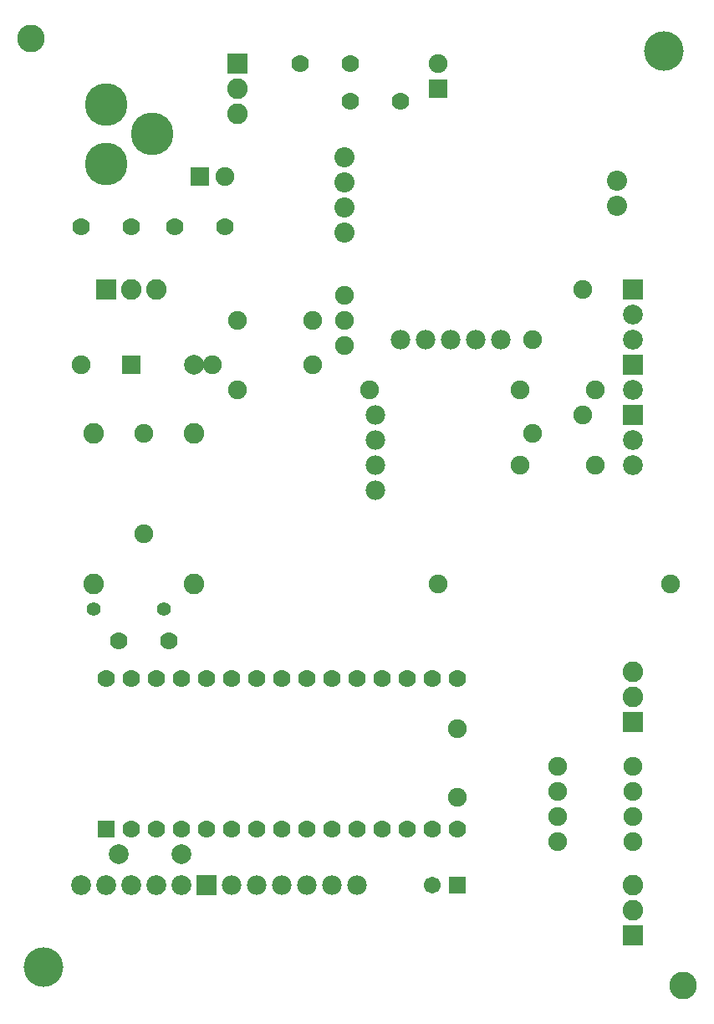
<source format=gtl>
G04 MADE WITH FRITZING*
G04 WWW.FRITZING.ORG*
G04 DOUBLE SIDED*
G04 HOLES PLATED*
G04 CONTOUR ON CENTER OF CONTOUR VECTOR*
%ASAXBY*%
%FSLAX23Y23*%
%MOIN*%
%OFA0B0*%
%SFA1.0B1.0*%
%ADD10C,0.078740*%
%ADD11C,0.075000*%
%ADD12C,0.070000*%
%ADD13C,0.110236*%
%ADD14C,0.157480*%
%ADD15C,0.170000*%
%ADD16C,0.078000*%
%ADD17C,0.055433*%
%ADD18C,0.082000*%
%ADD19C,0.080361*%
%ADD20C,0.079370*%
%ADD21C,0.067559*%
%ADD22R,0.075000X0.075000*%
%ADD23R,0.082000X0.082000*%
%ADD24R,0.079370X0.079370*%
%ADD25R,0.067559X0.067559*%
%ADD26R,0.070000X0.069972*%
%ADD27R,0.001000X0.001000*%
%LNCOPPER1*%
G90*
G70*
G54D10*
X440Y595D03*
X690Y595D03*
G54D11*
X440Y595D03*
X690Y595D03*
G54D10*
X740Y2545D03*
G54D12*
X1365Y3745D03*
X1165Y3745D03*
X1565Y3595D03*
X1365Y3595D03*
X490Y3095D03*
X290Y3095D03*
X665Y3095D03*
X865Y3095D03*
X640Y1445D03*
X440Y1445D03*
G54D11*
X490Y2545D03*
X290Y2545D03*
X1715Y3645D03*
X1715Y3745D03*
X765Y3295D03*
X865Y3295D03*
X1790Y820D03*
X1790Y1095D03*
X815Y2545D03*
X1215Y2545D03*
X1715Y1670D03*
X2640Y1670D03*
X915Y2445D03*
X1440Y2445D03*
X2290Y2845D03*
X2290Y2345D03*
X2090Y2645D03*
X2090Y2270D03*
G54D13*
X90Y3845D03*
X2690Y70D03*
G54D14*
X140Y145D03*
X2615Y3795D03*
G54D15*
X390Y3345D03*
X390Y3581D03*
X575Y3463D03*
X390Y3345D03*
X390Y3581D03*
X575Y3463D03*
X390Y3345D03*
X390Y3581D03*
X575Y3463D03*
G54D16*
X1390Y470D03*
X1090Y470D03*
X1290Y470D03*
X990Y470D03*
X1190Y470D03*
X890Y470D03*
X1565Y2645D03*
X1665Y2645D03*
X1765Y2645D03*
X1965Y2645D03*
X1865Y2645D03*
X1465Y2145D03*
X1465Y2045D03*
X1465Y2345D03*
X1465Y2245D03*
G54D17*
X340Y1570D03*
X620Y1570D03*
X340Y1570D03*
X620Y1570D03*
G54D18*
X740Y2270D03*
X740Y1670D03*
G54D11*
X540Y1870D03*
X540Y2270D03*
G54D18*
X340Y2270D03*
X340Y1670D03*
X390Y2845D03*
X490Y2845D03*
X590Y2845D03*
X915Y3745D03*
X915Y3645D03*
X915Y3545D03*
G54D11*
X1340Y2820D03*
X1340Y2720D03*
X1340Y2620D03*
G54D18*
X2490Y270D03*
X2490Y370D03*
X2490Y470D03*
X2490Y1120D03*
X2490Y1220D03*
X2490Y1320D03*
G54D11*
X2490Y945D03*
X2190Y945D03*
X2490Y645D03*
X2190Y645D03*
X2490Y745D03*
X2190Y745D03*
X2490Y845D03*
X2190Y845D03*
G54D19*
X1340Y3070D03*
X1340Y3170D03*
X1340Y3270D03*
X1340Y3370D03*
X2427Y3177D03*
X2427Y3277D03*
G54D11*
X915Y2720D03*
X1215Y2720D03*
X2040Y2145D03*
X2340Y2145D03*
X2340Y2445D03*
X2040Y2445D03*
G54D20*
X790Y470D03*
X690Y470D03*
X590Y470D03*
X490Y470D03*
X390Y470D03*
X290Y470D03*
X2490Y2545D03*
X2490Y2445D03*
X2490Y2845D03*
X2490Y2745D03*
X2490Y2645D03*
G54D21*
X1790Y470D03*
X1690Y470D03*
G54D20*
X2490Y2345D03*
X2490Y2245D03*
X2490Y2145D03*
G54D12*
X390Y695D03*
X490Y695D03*
X590Y695D03*
X690Y695D03*
X790Y695D03*
X890Y695D03*
X990Y695D03*
X1090Y695D03*
X1190Y695D03*
X1290Y695D03*
X1390Y695D03*
X1490Y695D03*
X1590Y695D03*
X1690Y695D03*
X1790Y695D03*
X390Y1295D03*
X490Y1295D03*
X590Y1295D03*
X690Y1295D03*
X790Y1295D03*
X890Y1295D03*
X990Y1295D03*
X1090Y1295D03*
X1190Y1295D03*
X1290Y1295D03*
X1390Y1295D03*
X1490Y1295D03*
X1590Y1295D03*
X1690Y1295D03*
X1790Y1295D03*
G54D22*
X490Y2545D03*
X1715Y3645D03*
X765Y3295D03*
G54D23*
X390Y2845D03*
X915Y3745D03*
X2490Y270D03*
X2490Y1120D03*
G54D24*
X790Y470D03*
X2490Y2545D03*
X2490Y2845D03*
G54D25*
X1790Y470D03*
G54D24*
X2490Y2345D03*
G54D26*
X390Y695D03*
G54D27*
X1334Y3403D02*
X1346Y3403D01*
X1330Y3402D02*
X1350Y3402D01*
X1327Y3401D02*
X1353Y3401D01*
X1325Y3400D02*
X1355Y3400D01*
X1323Y3399D02*
X1357Y3399D01*
X1322Y3398D02*
X1358Y3398D01*
X1321Y3397D02*
X1360Y3397D01*
X1319Y3396D02*
X1361Y3396D01*
X1318Y3395D02*
X1362Y3395D01*
X1317Y3394D02*
X1363Y3394D01*
X1316Y3393D02*
X1364Y3393D01*
X1315Y3392D02*
X1365Y3392D01*
X1314Y3391D02*
X1366Y3391D01*
X1314Y3390D02*
X1366Y3390D01*
X1313Y3389D02*
X1367Y3389D01*
X1312Y3388D02*
X1368Y3388D01*
X1312Y3387D02*
X1338Y3387D01*
X1342Y3387D02*
X1368Y3387D01*
X1311Y3386D02*
X1334Y3386D01*
X1346Y3386D02*
X1369Y3386D01*
X1311Y3385D02*
X1332Y3385D01*
X1349Y3385D02*
X1369Y3385D01*
X1310Y3384D02*
X1330Y3384D01*
X1350Y3384D02*
X1370Y3384D01*
X1310Y3383D02*
X1329Y3383D01*
X1351Y3383D02*
X1370Y3383D01*
X1309Y3382D02*
X1328Y3382D01*
X1352Y3382D02*
X1371Y3382D01*
X1309Y3381D02*
X1327Y3381D01*
X1353Y3381D02*
X1371Y3381D01*
X1309Y3380D02*
X1326Y3380D01*
X1354Y3380D02*
X1371Y3380D01*
X1308Y3379D02*
X1325Y3379D01*
X1355Y3379D02*
X1372Y3379D01*
X1308Y3378D02*
X1325Y3378D01*
X1355Y3378D02*
X1372Y3378D01*
X1308Y3377D02*
X1324Y3377D01*
X1356Y3377D02*
X1372Y3377D01*
X1308Y3376D02*
X1324Y3376D01*
X1356Y3376D02*
X1372Y3376D01*
X1308Y3375D02*
X1324Y3375D01*
X1356Y3375D02*
X1372Y3375D01*
X1307Y3374D02*
X1323Y3374D01*
X1357Y3374D02*
X1373Y3374D01*
X1307Y3373D02*
X1323Y3373D01*
X1357Y3373D02*
X1373Y3373D01*
X1307Y3372D02*
X1323Y3372D01*
X1357Y3372D02*
X1373Y3372D01*
X1307Y3371D02*
X1323Y3371D01*
X1357Y3371D02*
X1373Y3371D01*
X1307Y3370D02*
X1323Y3370D01*
X1357Y3370D02*
X1373Y3370D01*
X1307Y3369D02*
X1323Y3369D01*
X1357Y3369D02*
X1373Y3369D01*
X1307Y3368D02*
X1323Y3368D01*
X1357Y3368D02*
X1373Y3368D01*
X1307Y3367D02*
X1323Y3367D01*
X1357Y3367D02*
X1373Y3367D01*
X1308Y3366D02*
X1324Y3366D01*
X1356Y3366D02*
X1372Y3366D01*
X1308Y3365D02*
X1324Y3365D01*
X1356Y3365D02*
X1372Y3365D01*
X1308Y3364D02*
X1324Y3364D01*
X1356Y3364D02*
X1372Y3364D01*
X1308Y3363D02*
X1325Y3363D01*
X1355Y3363D02*
X1372Y3363D01*
X1308Y3362D02*
X1325Y3362D01*
X1355Y3362D02*
X1372Y3362D01*
X1309Y3361D02*
X1326Y3361D01*
X1354Y3361D02*
X1371Y3361D01*
X1309Y3360D02*
X1327Y3360D01*
X1353Y3360D02*
X1371Y3360D01*
X1309Y3359D02*
X1328Y3359D01*
X1352Y3359D02*
X1371Y3359D01*
X1310Y3358D02*
X1329Y3358D01*
X1351Y3358D02*
X1370Y3358D01*
X1310Y3357D02*
X1330Y3357D01*
X1350Y3357D02*
X1370Y3357D01*
X1311Y3356D02*
X1332Y3356D01*
X1349Y3356D02*
X1369Y3356D01*
X1311Y3355D02*
X1334Y3355D01*
X1346Y3355D02*
X1369Y3355D01*
X1312Y3354D02*
X1338Y3354D01*
X1342Y3354D02*
X1368Y3354D01*
X1312Y3353D02*
X1368Y3353D01*
X1313Y3352D02*
X1367Y3352D01*
X1314Y3351D02*
X1366Y3351D01*
X1314Y3350D02*
X1366Y3350D01*
X1315Y3349D02*
X1365Y3349D01*
X1316Y3348D02*
X1364Y3348D01*
X1317Y3347D02*
X1363Y3347D01*
X1318Y3346D02*
X1362Y3346D01*
X1319Y3345D02*
X1361Y3345D01*
X1321Y3344D02*
X1360Y3344D01*
X1322Y3343D02*
X1358Y3343D01*
X1323Y3342D02*
X1357Y3342D01*
X1325Y3341D02*
X1355Y3341D01*
X1327Y3340D02*
X1353Y3340D01*
X1330Y3339D02*
X1350Y3339D01*
X1334Y3338D02*
X1346Y3338D01*
X2420Y3310D02*
X2433Y3310D01*
X2416Y3309D02*
X2436Y3309D01*
X2414Y3308D02*
X2439Y3308D01*
X2412Y3307D02*
X2441Y3307D01*
X2410Y3306D02*
X2443Y3306D01*
X2408Y3305D02*
X2445Y3305D01*
X2407Y3304D02*
X2446Y3304D01*
X1334Y3303D02*
X1346Y3303D01*
X2406Y3303D02*
X2447Y3303D01*
X1330Y3302D02*
X1350Y3302D01*
X2405Y3302D02*
X2448Y3302D01*
X1327Y3301D02*
X1353Y3301D01*
X2404Y3301D02*
X2449Y3301D01*
X1325Y3300D02*
X1355Y3300D01*
X2403Y3300D02*
X2450Y3300D01*
X1324Y3299D02*
X1357Y3299D01*
X2402Y3299D02*
X2451Y3299D01*
X1322Y3298D02*
X1358Y3298D01*
X2401Y3298D02*
X2452Y3298D01*
X1321Y3297D02*
X1360Y3297D01*
X2400Y3297D02*
X2453Y3297D01*
X1319Y3296D02*
X1361Y3296D01*
X2399Y3296D02*
X2454Y3296D01*
X1318Y3295D02*
X1362Y3295D01*
X2399Y3295D02*
X2454Y3295D01*
X1317Y3294D02*
X1363Y3294D01*
X2398Y3294D02*
X2425Y3294D01*
X2428Y3294D02*
X2455Y3294D01*
X1316Y3293D02*
X1364Y3293D01*
X2398Y3293D02*
X2420Y3293D01*
X2433Y3293D02*
X2455Y3293D01*
X1315Y3292D02*
X1365Y3292D01*
X2397Y3292D02*
X2418Y3292D01*
X2435Y3292D02*
X2456Y3292D01*
X1314Y3291D02*
X1366Y3291D01*
X2397Y3291D02*
X2416Y3291D01*
X2437Y3291D02*
X2456Y3291D01*
X1314Y3290D02*
X1366Y3290D01*
X2396Y3290D02*
X2415Y3290D01*
X2438Y3290D02*
X2457Y3290D01*
X1313Y3289D02*
X1367Y3289D01*
X2396Y3289D02*
X2414Y3289D01*
X2439Y3289D02*
X2457Y3289D01*
X1312Y3288D02*
X1368Y3288D01*
X2395Y3288D02*
X2413Y3288D01*
X2440Y3288D02*
X2457Y3288D01*
X1312Y3287D02*
X1338Y3287D01*
X1342Y3287D02*
X1368Y3287D01*
X2395Y3287D02*
X2412Y3287D01*
X2441Y3287D02*
X2458Y3287D01*
X1311Y3286D02*
X1334Y3286D01*
X1346Y3286D02*
X1369Y3286D01*
X2395Y3286D02*
X2412Y3286D01*
X2441Y3286D02*
X2458Y3286D01*
X1311Y3285D02*
X1332Y3285D01*
X1348Y3285D02*
X1369Y3285D01*
X2395Y3285D02*
X2411Y3285D01*
X2442Y3285D02*
X2458Y3285D01*
X1310Y3284D02*
X1330Y3284D01*
X1350Y3284D02*
X1370Y3284D01*
X2394Y3284D02*
X2411Y3284D01*
X2442Y3284D02*
X2459Y3284D01*
X1310Y3283D02*
X1329Y3283D01*
X1351Y3283D02*
X1370Y3283D01*
X2394Y3283D02*
X2410Y3283D01*
X2443Y3283D02*
X2459Y3283D01*
X1309Y3282D02*
X1328Y3282D01*
X1352Y3282D02*
X1371Y3282D01*
X2394Y3282D02*
X2410Y3282D01*
X2443Y3282D02*
X2459Y3282D01*
X1309Y3281D02*
X1327Y3281D01*
X1353Y3281D02*
X1371Y3281D01*
X2394Y3281D02*
X2410Y3281D01*
X2443Y3281D02*
X2459Y3281D01*
X1309Y3280D02*
X1326Y3280D01*
X1354Y3280D02*
X1371Y3280D01*
X2394Y3280D02*
X2410Y3280D01*
X2443Y3280D02*
X2459Y3280D01*
X1308Y3279D02*
X1325Y3279D01*
X1355Y3279D02*
X1372Y3279D01*
X2394Y3279D02*
X2409Y3279D01*
X2443Y3279D02*
X2459Y3279D01*
X1308Y3278D02*
X1325Y3278D01*
X1355Y3278D02*
X1372Y3278D01*
X2394Y3278D02*
X2409Y3278D01*
X2444Y3278D02*
X2459Y3278D01*
X1308Y3277D02*
X1324Y3277D01*
X1356Y3277D02*
X1372Y3277D01*
X2394Y3277D02*
X2409Y3277D01*
X2444Y3277D02*
X2459Y3277D01*
X1308Y3276D02*
X1324Y3276D01*
X1356Y3276D02*
X1372Y3276D01*
X2394Y3276D02*
X2409Y3276D01*
X2443Y3276D02*
X2459Y3276D01*
X1308Y3275D02*
X1324Y3275D01*
X1356Y3275D02*
X1372Y3275D01*
X2394Y3275D02*
X2410Y3275D01*
X2443Y3275D02*
X2459Y3275D01*
X1307Y3274D02*
X1323Y3274D01*
X1357Y3274D02*
X1373Y3274D01*
X2394Y3274D02*
X2410Y3274D01*
X2443Y3274D02*
X2459Y3274D01*
X1307Y3273D02*
X1323Y3273D01*
X1357Y3273D02*
X1373Y3273D01*
X2394Y3273D02*
X2410Y3273D01*
X2443Y3273D02*
X2459Y3273D01*
X1307Y3272D02*
X1323Y3272D01*
X1357Y3272D02*
X1373Y3272D01*
X2394Y3272D02*
X2410Y3272D01*
X2443Y3272D02*
X2459Y3272D01*
X1307Y3271D02*
X1323Y3271D01*
X1357Y3271D02*
X1373Y3271D01*
X2394Y3271D02*
X2411Y3271D01*
X2442Y3271D02*
X2459Y3271D01*
X1307Y3270D02*
X1323Y3270D01*
X1357Y3270D02*
X1373Y3270D01*
X2395Y3270D02*
X2411Y3270D01*
X2442Y3270D02*
X2458Y3270D01*
X1307Y3269D02*
X1323Y3269D01*
X1357Y3269D02*
X1373Y3269D01*
X2395Y3269D02*
X2412Y3269D01*
X2441Y3269D02*
X2458Y3269D01*
X1307Y3268D02*
X1323Y3268D01*
X1357Y3268D02*
X1373Y3268D01*
X2395Y3268D02*
X2412Y3268D01*
X2441Y3268D02*
X2458Y3268D01*
X1307Y3267D02*
X1323Y3267D01*
X1357Y3267D02*
X1373Y3267D01*
X2395Y3267D02*
X2413Y3267D01*
X2440Y3267D02*
X2457Y3267D01*
X1308Y3266D02*
X1324Y3266D01*
X1356Y3266D02*
X1372Y3266D01*
X2396Y3266D02*
X2414Y3266D01*
X2439Y3266D02*
X2457Y3266D01*
X1308Y3265D02*
X1324Y3265D01*
X1356Y3265D02*
X1372Y3265D01*
X2396Y3265D02*
X2415Y3265D01*
X2438Y3265D02*
X2457Y3265D01*
X1308Y3264D02*
X1324Y3264D01*
X1356Y3264D02*
X1372Y3264D01*
X2397Y3264D02*
X2416Y3264D01*
X2437Y3264D02*
X2456Y3264D01*
X1308Y3263D02*
X1325Y3263D01*
X1355Y3263D02*
X1372Y3263D01*
X2397Y3263D02*
X2418Y3263D01*
X2435Y3263D02*
X2456Y3263D01*
X1308Y3262D02*
X1325Y3262D01*
X1355Y3262D02*
X1372Y3262D01*
X2398Y3262D02*
X2420Y3262D01*
X2433Y3262D02*
X2455Y3262D01*
X1309Y3261D02*
X1326Y3261D01*
X1354Y3261D02*
X1371Y3261D01*
X2398Y3261D02*
X2424Y3261D01*
X2428Y3261D02*
X2455Y3261D01*
X1309Y3260D02*
X1327Y3260D01*
X1353Y3260D02*
X1371Y3260D01*
X2399Y3260D02*
X2454Y3260D01*
X1309Y3259D02*
X1328Y3259D01*
X1352Y3259D02*
X1371Y3259D01*
X2399Y3259D02*
X2454Y3259D01*
X1310Y3258D02*
X1329Y3258D01*
X1351Y3258D02*
X1370Y3258D01*
X2400Y3258D02*
X2453Y3258D01*
X1310Y3257D02*
X1330Y3257D01*
X1350Y3257D02*
X1370Y3257D01*
X2401Y3257D02*
X2452Y3257D01*
X1311Y3256D02*
X1332Y3256D01*
X1348Y3256D02*
X1369Y3256D01*
X2402Y3256D02*
X2451Y3256D01*
X1311Y3255D02*
X1334Y3255D01*
X1346Y3255D02*
X1369Y3255D01*
X2403Y3255D02*
X2450Y3255D01*
X1312Y3254D02*
X1338Y3254D01*
X1342Y3254D02*
X1368Y3254D01*
X2403Y3254D02*
X2449Y3254D01*
X1312Y3253D02*
X1368Y3253D01*
X2405Y3253D02*
X2448Y3253D01*
X1313Y3252D02*
X1367Y3252D01*
X2406Y3252D02*
X2447Y3252D01*
X1314Y3251D02*
X1366Y3251D01*
X2407Y3251D02*
X2446Y3251D01*
X1314Y3250D02*
X1366Y3250D01*
X2408Y3250D02*
X2445Y3250D01*
X1315Y3249D02*
X1365Y3249D01*
X2410Y3249D02*
X2443Y3249D01*
X1316Y3248D02*
X1364Y3248D01*
X2412Y3248D02*
X2441Y3248D01*
X1317Y3247D02*
X1363Y3247D01*
X2414Y3247D02*
X2439Y3247D01*
X1318Y3246D02*
X1362Y3246D01*
X2416Y3246D02*
X2437Y3246D01*
X1319Y3245D02*
X1361Y3245D01*
X2420Y3245D02*
X2433Y3245D01*
X1320Y3244D02*
X1360Y3244D01*
X1322Y3243D02*
X1358Y3243D01*
X1323Y3242D02*
X1357Y3242D01*
X1325Y3241D02*
X1355Y3241D01*
X1327Y3240D02*
X1353Y3240D01*
X1330Y3239D02*
X1350Y3239D01*
X1334Y3238D02*
X1347Y3238D01*
X2420Y3210D02*
X2433Y3210D01*
X2417Y3209D02*
X2436Y3209D01*
X2414Y3208D02*
X2439Y3208D01*
X2412Y3207D02*
X2441Y3207D01*
X2410Y3206D02*
X2443Y3206D01*
X2408Y3205D02*
X2445Y3205D01*
X2407Y3204D02*
X2446Y3204D01*
X1334Y3203D02*
X1346Y3203D01*
X2406Y3203D02*
X2447Y3203D01*
X1330Y3202D02*
X1350Y3202D01*
X2405Y3202D02*
X2448Y3202D01*
X1327Y3201D02*
X1353Y3201D01*
X2404Y3201D02*
X2449Y3201D01*
X1325Y3200D02*
X1355Y3200D01*
X2403Y3200D02*
X2450Y3200D01*
X1324Y3199D02*
X1357Y3199D01*
X2402Y3199D02*
X2451Y3199D01*
X1322Y3198D02*
X1358Y3198D01*
X2401Y3198D02*
X2452Y3198D01*
X1321Y3197D02*
X1359Y3197D01*
X2400Y3197D02*
X2453Y3197D01*
X1319Y3196D02*
X1361Y3196D01*
X2399Y3196D02*
X2454Y3196D01*
X1318Y3195D02*
X1362Y3195D01*
X2399Y3195D02*
X2454Y3195D01*
X1317Y3194D02*
X1363Y3194D01*
X2398Y3194D02*
X2425Y3194D01*
X2428Y3194D02*
X2455Y3194D01*
X1316Y3193D02*
X1364Y3193D01*
X2398Y3193D02*
X2420Y3193D01*
X2433Y3193D02*
X2455Y3193D01*
X1315Y3192D02*
X1365Y3192D01*
X2397Y3192D02*
X2418Y3192D01*
X2435Y3192D02*
X2456Y3192D01*
X1314Y3191D02*
X1366Y3191D01*
X2397Y3191D02*
X2416Y3191D01*
X2437Y3191D02*
X2456Y3191D01*
X1314Y3190D02*
X1366Y3190D01*
X2396Y3190D02*
X2415Y3190D01*
X2438Y3190D02*
X2457Y3190D01*
X1313Y3189D02*
X1367Y3189D01*
X2396Y3189D02*
X2414Y3189D01*
X2439Y3189D02*
X2457Y3189D01*
X1312Y3188D02*
X1368Y3188D01*
X2395Y3188D02*
X2413Y3188D01*
X2440Y3188D02*
X2457Y3188D01*
X1312Y3187D02*
X1339Y3187D01*
X1341Y3187D02*
X1368Y3187D01*
X2395Y3187D02*
X2412Y3187D01*
X2441Y3187D02*
X2458Y3187D01*
X1311Y3186D02*
X1334Y3186D01*
X1346Y3186D02*
X1369Y3186D01*
X2395Y3186D02*
X2412Y3186D01*
X2441Y3186D02*
X2458Y3186D01*
X1311Y3185D02*
X1332Y3185D01*
X1348Y3185D02*
X1369Y3185D01*
X2395Y3185D02*
X2411Y3185D01*
X2442Y3185D02*
X2458Y3185D01*
X1310Y3184D02*
X1330Y3184D01*
X1350Y3184D02*
X1370Y3184D01*
X2394Y3184D02*
X2411Y3184D01*
X2442Y3184D02*
X2459Y3184D01*
X1310Y3183D02*
X1329Y3183D01*
X1351Y3183D02*
X1370Y3183D01*
X2394Y3183D02*
X2410Y3183D01*
X2443Y3183D02*
X2459Y3183D01*
X1309Y3182D02*
X1328Y3182D01*
X1352Y3182D02*
X1371Y3182D01*
X2394Y3182D02*
X2410Y3182D01*
X2443Y3182D02*
X2459Y3182D01*
X1309Y3181D02*
X1327Y3181D01*
X1353Y3181D02*
X1371Y3181D01*
X2394Y3181D02*
X2410Y3181D01*
X2443Y3181D02*
X2459Y3181D01*
X1309Y3180D02*
X1326Y3180D01*
X1354Y3180D02*
X1371Y3180D01*
X2394Y3180D02*
X2410Y3180D01*
X2443Y3180D02*
X2459Y3180D01*
X1308Y3179D02*
X1325Y3179D01*
X1355Y3179D02*
X1372Y3179D01*
X2394Y3179D02*
X2409Y3179D01*
X2443Y3179D02*
X2459Y3179D01*
X1308Y3178D02*
X1325Y3178D01*
X1355Y3178D02*
X1372Y3178D01*
X2394Y3178D02*
X2409Y3178D01*
X2444Y3178D02*
X2459Y3178D01*
X1308Y3177D02*
X1324Y3177D01*
X1356Y3177D02*
X1372Y3177D01*
X2394Y3177D02*
X2409Y3177D01*
X2444Y3177D02*
X2459Y3177D01*
X1308Y3176D02*
X1324Y3176D01*
X1356Y3176D02*
X1372Y3176D01*
X2394Y3176D02*
X2409Y3176D01*
X2443Y3176D02*
X2459Y3176D01*
X1308Y3175D02*
X1324Y3175D01*
X1356Y3175D02*
X1372Y3175D01*
X2394Y3175D02*
X2410Y3175D01*
X2443Y3175D02*
X2459Y3175D01*
X1307Y3174D02*
X1323Y3174D01*
X1357Y3174D02*
X1373Y3174D01*
X2394Y3174D02*
X2410Y3174D01*
X2443Y3174D02*
X2459Y3174D01*
X1307Y3173D02*
X1323Y3173D01*
X1357Y3173D02*
X1373Y3173D01*
X2394Y3173D02*
X2410Y3173D01*
X2443Y3173D02*
X2459Y3173D01*
X1307Y3172D02*
X1323Y3172D01*
X1357Y3172D02*
X1373Y3172D01*
X2394Y3172D02*
X2410Y3172D01*
X2443Y3172D02*
X2459Y3172D01*
X1307Y3171D02*
X1323Y3171D01*
X1357Y3171D02*
X1373Y3171D01*
X2394Y3171D02*
X2411Y3171D01*
X2442Y3171D02*
X2459Y3171D01*
X1307Y3170D02*
X1323Y3170D01*
X1357Y3170D02*
X1373Y3170D01*
X2395Y3170D02*
X2411Y3170D01*
X2442Y3170D02*
X2458Y3170D01*
X1307Y3169D02*
X1323Y3169D01*
X1357Y3169D02*
X1373Y3169D01*
X2395Y3169D02*
X2412Y3169D01*
X2441Y3169D02*
X2458Y3169D01*
X1307Y3168D02*
X1323Y3168D01*
X1357Y3168D02*
X1373Y3168D01*
X2395Y3168D02*
X2412Y3168D01*
X2441Y3168D02*
X2458Y3168D01*
X1307Y3167D02*
X1323Y3167D01*
X1357Y3167D02*
X1373Y3167D01*
X2395Y3167D02*
X2413Y3167D01*
X2440Y3167D02*
X2457Y3167D01*
X1308Y3166D02*
X1324Y3166D01*
X1356Y3166D02*
X1372Y3166D01*
X2396Y3166D02*
X2414Y3166D01*
X2439Y3166D02*
X2457Y3166D01*
X1308Y3165D02*
X1324Y3165D01*
X1356Y3165D02*
X1372Y3165D01*
X2396Y3165D02*
X2415Y3165D01*
X2438Y3165D02*
X2457Y3165D01*
X1308Y3164D02*
X1324Y3164D01*
X1356Y3164D02*
X1372Y3164D01*
X2397Y3164D02*
X2416Y3164D01*
X2437Y3164D02*
X2456Y3164D01*
X1308Y3163D02*
X1325Y3163D01*
X1355Y3163D02*
X1372Y3163D01*
X2397Y3163D02*
X2418Y3163D01*
X2435Y3163D02*
X2456Y3163D01*
X1308Y3162D02*
X1325Y3162D01*
X1355Y3162D02*
X1372Y3162D01*
X2398Y3162D02*
X2420Y3162D01*
X2433Y3162D02*
X2455Y3162D01*
X1309Y3161D02*
X1326Y3161D01*
X1354Y3161D02*
X1371Y3161D01*
X2398Y3161D02*
X2425Y3161D01*
X2428Y3161D02*
X2455Y3161D01*
X1309Y3160D02*
X1327Y3160D01*
X1353Y3160D02*
X1371Y3160D01*
X2399Y3160D02*
X2454Y3160D01*
X1309Y3159D02*
X1328Y3159D01*
X1353Y3159D02*
X1371Y3159D01*
X2399Y3159D02*
X2454Y3159D01*
X1310Y3158D02*
X1329Y3158D01*
X1351Y3158D02*
X1370Y3158D01*
X2400Y3158D02*
X2453Y3158D01*
X1310Y3157D02*
X1330Y3157D01*
X1350Y3157D02*
X1370Y3157D01*
X2401Y3157D02*
X2452Y3157D01*
X1311Y3156D02*
X1332Y3156D01*
X1349Y3156D02*
X1369Y3156D01*
X2402Y3156D02*
X2451Y3156D01*
X1311Y3155D02*
X1334Y3155D01*
X1346Y3155D02*
X1369Y3155D01*
X2402Y3155D02*
X2450Y3155D01*
X1312Y3154D02*
X1338Y3154D01*
X1342Y3154D02*
X1368Y3154D01*
X2403Y3154D02*
X2449Y3154D01*
X1312Y3153D02*
X1368Y3153D01*
X2405Y3153D02*
X2448Y3153D01*
X1313Y3152D02*
X1367Y3152D01*
X2406Y3152D02*
X2447Y3152D01*
X1314Y3151D02*
X1366Y3151D01*
X2407Y3151D02*
X2446Y3151D01*
X1314Y3150D02*
X1366Y3150D01*
X2408Y3150D02*
X2445Y3150D01*
X1315Y3149D02*
X1365Y3149D01*
X2410Y3149D02*
X2443Y3149D01*
X1316Y3148D02*
X1364Y3148D01*
X2412Y3148D02*
X2441Y3148D01*
X1317Y3147D02*
X1363Y3147D01*
X2414Y3147D02*
X2439Y3147D01*
X1318Y3146D02*
X1362Y3146D01*
X2416Y3146D02*
X2437Y3146D01*
X1319Y3145D02*
X1361Y3145D01*
X2420Y3145D02*
X2433Y3145D01*
X1320Y3144D02*
X1360Y3144D01*
X1322Y3143D02*
X1358Y3143D01*
X1323Y3142D02*
X1357Y3142D01*
X1325Y3141D02*
X1355Y3141D01*
X1327Y3140D02*
X1353Y3140D01*
X1330Y3139D02*
X1350Y3139D01*
X1333Y3138D02*
X1347Y3138D01*
X1334Y3103D02*
X1346Y3103D01*
X1330Y3102D02*
X1350Y3102D01*
X1327Y3101D02*
X1353Y3101D01*
X1325Y3100D02*
X1355Y3100D01*
X1324Y3099D02*
X1357Y3099D01*
X1322Y3098D02*
X1358Y3098D01*
X1321Y3097D02*
X1360Y3097D01*
X1319Y3096D02*
X1361Y3096D01*
X1318Y3095D02*
X1362Y3095D01*
X1317Y3094D02*
X1363Y3094D01*
X1316Y3093D02*
X1364Y3093D01*
X1315Y3092D02*
X1365Y3092D01*
X1314Y3091D02*
X1366Y3091D01*
X1314Y3090D02*
X1366Y3090D01*
X1313Y3089D02*
X1367Y3089D01*
X1312Y3088D02*
X1368Y3088D01*
X1312Y3087D02*
X1338Y3087D01*
X1342Y3087D02*
X1368Y3087D01*
X1311Y3086D02*
X1334Y3086D01*
X1346Y3086D02*
X1369Y3086D01*
X1311Y3085D02*
X1332Y3085D01*
X1348Y3085D02*
X1369Y3085D01*
X1310Y3084D02*
X1330Y3084D01*
X1350Y3084D02*
X1370Y3084D01*
X1310Y3083D02*
X1329Y3083D01*
X1351Y3083D02*
X1370Y3083D01*
X1309Y3082D02*
X1328Y3082D01*
X1352Y3082D02*
X1371Y3082D01*
X1309Y3081D02*
X1327Y3081D01*
X1353Y3081D02*
X1371Y3081D01*
X1309Y3080D02*
X1326Y3080D01*
X1354Y3080D02*
X1371Y3080D01*
X1308Y3079D02*
X1325Y3079D01*
X1355Y3079D02*
X1372Y3079D01*
X1308Y3078D02*
X1325Y3078D01*
X1355Y3078D02*
X1372Y3078D01*
X1308Y3077D02*
X1324Y3077D01*
X1356Y3077D02*
X1372Y3077D01*
X1308Y3076D02*
X1324Y3076D01*
X1356Y3076D02*
X1372Y3076D01*
X1308Y3075D02*
X1324Y3075D01*
X1356Y3075D02*
X1372Y3075D01*
X1307Y3074D02*
X1323Y3074D01*
X1357Y3074D02*
X1373Y3074D01*
X1307Y3073D02*
X1323Y3073D01*
X1357Y3073D02*
X1373Y3073D01*
X1307Y3072D02*
X1323Y3072D01*
X1357Y3072D02*
X1373Y3072D01*
X1307Y3071D02*
X1323Y3071D01*
X1357Y3071D02*
X1373Y3071D01*
X1307Y3070D02*
X1323Y3070D01*
X1357Y3070D02*
X1373Y3070D01*
X1307Y3069D02*
X1323Y3069D01*
X1357Y3069D02*
X1373Y3069D01*
X1307Y3068D02*
X1323Y3068D01*
X1357Y3068D02*
X1373Y3068D01*
X1307Y3067D02*
X1323Y3067D01*
X1357Y3067D02*
X1373Y3067D01*
X1308Y3066D02*
X1324Y3066D01*
X1356Y3066D02*
X1372Y3066D01*
X1308Y3065D02*
X1324Y3065D01*
X1356Y3065D02*
X1372Y3065D01*
X1308Y3064D02*
X1324Y3064D01*
X1356Y3064D02*
X1372Y3064D01*
X1308Y3063D02*
X1325Y3063D01*
X1355Y3063D02*
X1372Y3063D01*
X1308Y3062D02*
X1325Y3062D01*
X1355Y3062D02*
X1372Y3062D01*
X1309Y3061D02*
X1326Y3061D01*
X1354Y3061D02*
X1371Y3061D01*
X1309Y3060D02*
X1327Y3060D01*
X1353Y3060D02*
X1371Y3060D01*
X1309Y3059D02*
X1328Y3059D01*
X1353Y3059D02*
X1371Y3059D01*
X1310Y3058D02*
X1329Y3058D01*
X1351Y3058D02*
X1370Y3058D01*
X1310Y3057D02*
X1330Y3057D01*
X1350Y3057D02*
X1370Y3057D01*
X1311Y3056D02*
X1332Y3056D01*
X1349Y3056D02*
X1369Y3056D01*
X1311Y3055D02*
X1334Y3055D01*
X1346Y3055D02*
X1369Y3055D01*
X1312Y3054D02*
X1338Y3054D01*
X1342Y3054D02*
X1368Y3054D01*
X1312Y3053D02*
X1368Y3053D01*
X1313Y3052D02*
X1367Y3052D01*
X1314Y3051D02*
X1366Y3051D01*
X1314Y3050D02*
X1366Y3050D01*
X1315Y3049D02*
X1365Y3049D01*
X1316Y3048D02*
X1364Y3048D01*
X1317Y3047D02*
X1363Y3047D01*
X1318Y3046D02*
X1362Y3046D01*
X1319Y3045D02*
X1361Y3045D01*
X1320Y3044D02*
X1360Y3044D01*
X1322Y3043D02*
X1358Y3043D01*
X1323Y3042D02*
X1357Y3042D01*
X1325Y3041D02*
X1355Y3041D01*
X1327Y3040D02*
X1353Y3040D01*
X1330Y3039D02*
X1350Y3039D01*
X1334Y3038D02*
X1347Y3038D01*
D02*
G04 End of Copper1*
M02*
</source>
